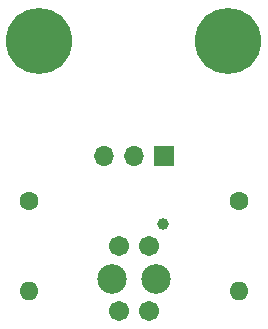
<source format=gbr>
%TF.GenerationSoftware,KiCad,Pcbnew,(7.0.0)*%
%TF.CreationDate,2023-09-26T09:32:08+13:00*%
%TF.ProjectId,SENSOR BOARD,53454e53-4f52-4204-924f-4152442e6b69,rev?*%
%TF.SameCoordinates,Original*%
%TF.FileFunction,Soldermask,Bot*%
%TF.FilePolarity,Negative*%
%FSLAX46Y46*%
G04 Gerber Fmt 4.6, Leading zero omitted, Abs format (unit mm)*
G04 Created by KiCad (PCBNEW (7.0.0)) date 2023-09-26 09:32:08*
%MOMM*%
%LPD*%
G01*
G04 APERTURE LIST*
%ADD10C,5.600000*%
%ADD11R,1.700000X1.700000*%
%ADD12O,1.700000X1.700000*%
%ADD13C,1.600000*%
%ADD14O,1.600000X1.600000*%
%ADD15C,1.000000*%
%ADD16C,2.500000*%
%ADD17C,1.704000*%
G04 APERTURE END LIST*
D10*
%TO.C,REF\u002A\u002A*%
X159000000Y-73660000D03*
%TD*%
D11*
%TO.C,J1*%
X153524999Y-83444999D03*
D12*
X150984999Y-83444999D03*
X148444999Y-83444999D03*
%TD*%
D13*
%TO.C,R2*%
X159890000Y-87255000D03*
D14*
X159889999Y-94874999D03*
%TD*%
D13*
%TO.C,R1*%
X142110000Y-87255000D03*
D14*
X142109999Y-94874999D03*
%TD*%
D10*
%TO.C,REF\u002A\u002A*%
X143000000Y-73660000D03*
%TD*%
D15*
%TO.C,U1*%
X153450000Y-89165000D03*
D16*
X152900000Y-93815000D03*
X149100000Y-93815000D03*
D17*
X149730000Y-96565000D03*
X152270000Y-96565000D03*
X149730000Y-91065000D03*
X152270000Y-91065000D03*
%TD*%
M02*

</source>
